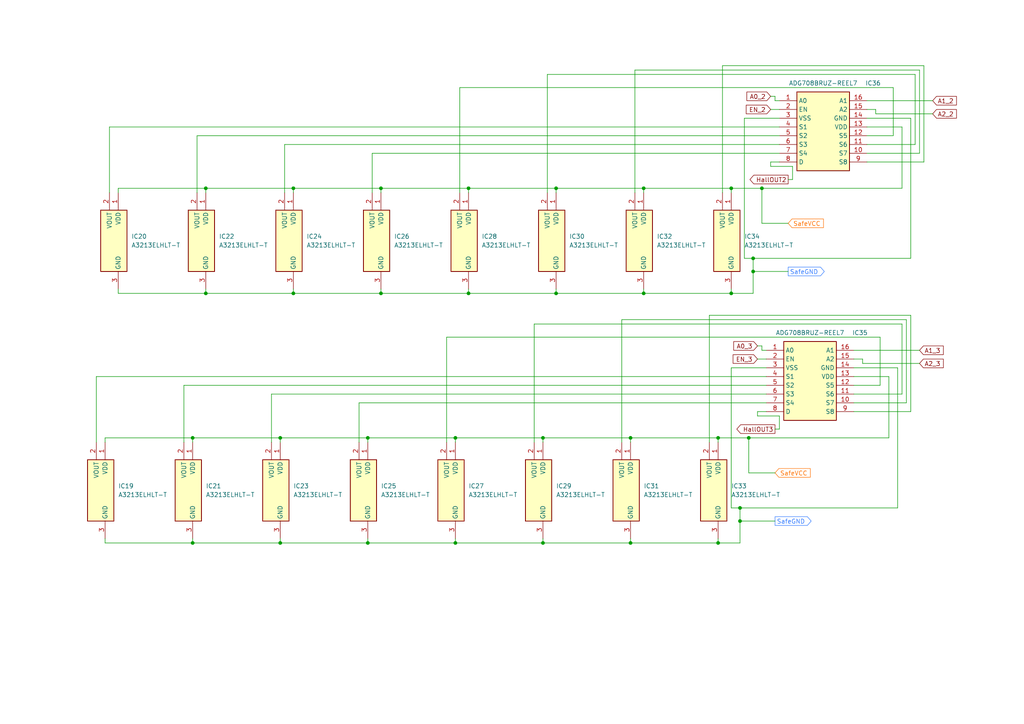
<source format=kicad_sch>
(kicad_sch (version 20250114) (generator "eeschema") (generator_version "9.0")
  (paper "A4")
  (title_block (title "ElectroChessboard") (company "Wojciech B") (comment 1 "Electronic chessboard") (comment 2 "Elektroniczna szachownica"))
  (lib_symbols
    (symbol "SamacSys_Parts:A3213ELHLT-T"
      (property "Reference" "IC" (at 24.13 7.62 0))
      (property "Value" "A3213ELHLT-T" (at 24.13 5.08 0))
      (symbol "A3213ELHLT-T_1_1"
        (rectangle (start 5.08 2.54) (end 22.86 -5.08) (stroke (width 0.254)) (fill (type background)))
        (pin passive line (at 0 0 0) (length 5.08) (name "VDD") (number "1"))
        (pin passive line (at 0 -2.54 0) (length 5.08) (name "VOUT") (number "2"))
        (pin passive line (at 27.94 0 180) (length 5.08) (name "GND") (number "3"))
      )
    )
    (symbol "SamacSys_Parts:ADG708BRUZ-REEL7"
      (property "Reference" "IC" (at 21.59 7.62 0))
      (property "Value" "ADG708BRUZ-REEL7" (at 21.59 5.08 0))
      (symbol "ADG708BRUZ-REEL7_1_1"
        (rectangle (start 5.08 2.54) (end 20.32 -20.32) (stroke (width 0.254)) (fill (type background)))
        (pin passive line (at 0 0 0) (length 5.08) (name "A0") (number "1"))
        (pin passive line (at 0 -2.54 0) (length 5.08) (name "EN") (number "2"))
        (pin passive line (at 0 -5.08 0) (length 5.08) (name "VSS") (number "3"))
        (pin passive line (at 0 -7.62 0) (length 5.08) (name "S1") (number "4"))
        (pin passive line (at 0 -10.16 0) (length 5.08) (name "S2") (number "5"))
        (pin passive line (at 0 -12.7 0) (length 5.08) (name "S3") (number "6"))
        (pin passive line (at 0 -15.24 0) (length 5.08) (name "S4") (number "7"))
        (pin passive line (at 0 -17.78 0) (length 5.08) (name "D") (number "8"))
        (pin passive line (at 25.4 0 180) (length 5.08) (name "A1") (number "16"))
        (pin passive line (at 25.4 -2.54 180) (length 5.08) (name "A2") (number "15"))
        (pin passive line (at 25.4 -5.08 180) (length 5.08) (name "GND") (number "14"))
        (pin passive line (at 25.4 -7.62 180) (length 5.08) (name "VDD") (number "13"))
        (pin passive line (at 25.4 -10.16 180) (length 5.08) (name "S5") (number "12"))
        (pin passive line (at 25.4 -12.7 180) (length 5.08) (name "S6") (number "11"))
        (pin passive line (at 25.4 -15.24 180) (length 5.08) (name "S7") (number "10"))
        (pin passive line (at 25.4 -17.78 180) (length 5.08) (name "S8") (number "9"))
      )
    )
  )
  (junction (at 218.44 78.74))
  (junction (at 214.63 151.13))
  (junction (at 161.29 54.61))
  (junction (at 110.49 54.61))
  (junction (at 212.09 54.61))
  (junction (at 220.98 54.61))
  (junction (at 208.28 157.48))
  (junction (at 135.89 85.09))
  (junction (at 85.09 85.09))
  (junction (at 132.08 127))
  (junction (at 161.29 85.09))
  (junction (at 59.69 85.09))
  (junction (at 214.63 147.32))
  (junction (at 110.49 85.09))
  (junction (at 208.28 127))
  (junction (at 217.17 127))
  (junction (at 81.28 127))
  (junction (at 157.48 157.48))
  (junction (at 182.88 127))
  (junction (at 106.68 157.48))
  (junction (at 186.69 85.09))
  (junction (at 132.08 157.48))
  (junction (at 157.48 127))
  (junction (at 182.88 157.48))
  (junction (at 218.44 74.93))
  (junction (at 106.68 127))
  (junction (at 212.09 85.09))
  (junction (at 55.88 157.48))
  (junction (at 186.69 54.61))
  (junction (at 81.28 157.48))
  (junction (at 135.89 54.61))
  (junction (at 85.09 54.61))
  (junction (at 55.88 127))
  (junction (at 59.69 54.61))
  (wire (pts (xy 205.74 128.27) (xy 205.74 91.44)))
  (wire (pts (xy 132.08 127) (xy 106.68 127)))
  (wire (pts (xy 220.98 64.77) (xy 228.6 64.77)))
  (wire (pts (xy 223.52 31.75) (xy 226.06 31.75)))
  (wire (pts (xy 220.98 54.61) (xy 212.09 54.61)))
  (wire (pts (xy 53.34 111.76) (xy 53.34 128.27)))
  (wire (pts (xy 226.06 39.37) (xy 57.15 39.37)))
  (wire (pts (xy 229.87 52.07) (xy 229.87 48.26)))
  (wire (pts (xy 209.55 19.05) (xy 267.97 19.05)))
  (wire (pts (xy 260.35 106.68) (xy 247.65 106.68)))
  (wire (pts (xy 226.06 120.65) (xy 219.71 120.65)))
  (wire (pts (xy 228.6 52.07) (xy 229.87 52.07)))
  (wire (pts (xy 157.48 157.48) (xy 132.08 157.48)))
  (wire (pts (xy 247.65 101.6) (xy 266.7 101.6)))
  (wire (pts (xy 259.08 39.37) (xy 259.08 25.4)))
  (wire (pts (xy 264.16 74.93) (xy 264.16 34.29)))
  (wire (pts (xy 226.06 36.83) (xy 31.75 36.83)))
  (wire (pts (xy 107.95 44.45) (xy 107.95 55.88)))
  (wire (pts (xy 59.69 54.61) (xy 59.69 55.88)))
  (wire (pts (xy 154.94 93.98) (xy 154.94 128.27)))
  (wire (pts (xy 267.97 19.05) (xy 267.97 46.99)))
  (wire (pts (xy 223.52 27.94) (xy 224.79 27.94)))
  (wire (pts (xy 59.69 83.82) (xy 59.69 85.09)))
  (wire (pts (xy 261.62 114.3) (xy 261.62 93.98)))
  (wire (pts (xy 257.81 127) (xy 217.17 127)))
  (wire (pts (xy 182.88 156.21) (xy 182.88 157.48)))
  (wire (pts (xy 110.49 54.61) (xy 85.09 54.61)))
  (wire (pts (xy 184.15 20.32) (xy 184.15 55.88)))
  (wire (pts (xy 186.69 54.61) (xy 161.29 54.61)))
  (wire (pts (xy 106.68 127) (xy 81.28 127)))
  (wire (pts (xy 214.63 151.13) (xy 214.63 157.48)))
  (wire (pts (xy 226.06 34.29) (xy 215.9 34.29)))
  (wire (pts (xy 186.69 83.82) (xy 186.69 85.09)))
  (wire (pts (xy 214.63 147.32) (xy 260.35 147.32)))
  (wire (pts (xy 215.9 74.93) (xy 218.44 74.93)))
  (wire (pts (xy 85.09 85.09) (xy 59.69 85.09)))
  (wire (pts (xy 81.28 157.48) (xy 55.88 157.48)))
  (wire (pts (xy 55.88 157.48) (xy 30.48 157.48)))
  (wire (pts (xy 219.71 120.65) (xy 219.71 119.38)))
  (wire (pts (xy 31.75 36.83) (xy 31.75 55.88)))
  (wire (pts (xy 132.08 157.48) (xy 106.68 157.48)))
  (wire (pts (xy 262.89 92.71) (xy 180.34 92.71)))
  (wire (pts (xy 224.79 27.94) (xy 224.79 29.21)))
  (wire (pts (xy 81.28 156.21) (xy 81.28 157.48)))
  (wire (pts (xy 55.88 127) (xy 30.48 127)))
  (wire (pts (xy 110.49 85.09) (xy 85.09 85.09)))
  (wire (pts (xy 265.43 41.91) (xy 265.43 21.59)))
  (wire (pts (xy 208.28 127) (xy 182.88 127)))
  (wire (pts (xy 260.35 147.32) (xy 260.35 106.68)))
  (wire (pts (xy 250.19 105.41) (xy 266.7 105.41)))
  (wire (pts (xy 158.75 21.59) (xy 158.75 55.88)))
  (wire (pts (xy 161.29 54.61) (xy 161.29 55.88)))
  (wire (pts (xy 255.27 97.79) (xy 129.54 97.79)))
  (wire (pts (xy 135.89 83.82) (xy 135.89 85.09)))
  (wire (pts (xy 217.17 137.16) (xy 224.79 137.16)))
  (wire (pts (xy 219.71 104.14) (xy 222.25 104.14)))
  (wire (pts (xy 110.49 54.61) (xy 110.49 55.88)))
  (wire (pts (xy 135.89 54.61) (xy 135.89 55.88)))
  (wire (pts (xy 161.29 83.82) (xy 161.29 85.09)))
  (wire (pts (xy 217.17 137.16) (xy 217.17 127)))
  (wire (pts (xy 226.06 124.46) (xy 226.06 120.65)))
  (wire (pts (xy 226.06 41.91) (xy 82.55 41.91)))
  (wire (pts (xy 81.28 127) (xy 81.28 128.27)))
  (wire (pts (xy 78.74 114.3) (xy 78.74 128.27)))
  (wire (pts (xy 247.65 111.76) (xy 255.27 111.76)))
  (wire (pts (xy 262.89 116.84) (xy 262.89 92.71)))
  (wire (pts (xy 212.09 85.09) (xy 186.69 85.09)))
  (wire (pts (xy 161.29 54.61) (xy 135.89 54.61)))
  (wire (pts (xy 186.69 54.61) (xy 186.69 55.88)))
  (wire (pts (xy 266.7 44.45) (xy 266.7 20.32)))
  (wire (pts (xy 218.44 74.93) (xy 264.16 74.93)))
  (wire (pts (xy 106.68 127) (xy 106.68 128.27)))
  (wire (pts (xy 182.88 127) (xy 182.88 128.27)))
  (wire (pts (xy 57.15 39.37) (xy 57.15 55.88)))
  (wire (pts (xy 265.43 21.59) (xy 158.75 21.59)))
  (wire (pts (xy 266.7 20.32) (xy 184.15 20.32)))
  (wire (pts (xy 132.08 127) (xy 132.08 128.27)))
  (wire (pts (xy 264.16 91.44) (xy 264.16 119.38)))
  (wire (pts (xy 251.46 44.45) (xy 266.7 44.45)))
  (wire (pts (xy 247.65 104.14) (xy 250.19 104.14)))
  (wire (pts (xy 264.16 119.38) (xy 247.65 119.38)))
  (wire (pts (xy 214.63 151.13) (xy 214.63 147.32)))
  (wire (pts (xy 212.09 54.61) (xy 186.69 54.61)))
  (wire (pts (xy 135.89 85.09) (xy 110.49 85.09)))
  (wire (pts (xy 218.44 85.09) (xy 212.09 85.09)))
  (wire (pts (xy 157.48 156.21) (xy 157.48 157.48)))
  (wire (pts (xy 217.17 127) (xy 208.28 127)))
  (wire (pts (xy 208.28 127) (xy 208.28 128.27)))
  (wire (pts (xy 223.52 48.26) (xy 223.52 46.99)))
  (wire (pts (xy 59.69 85.09) (xy 34.29 85.09)))
  (wire (pts (xy 212.09 106.68) (xy 212.09 147.32)))
  (wire (pts (xy 180.34 92.71) (xy 180.34 128.27)))
  (wire (pts (xy 212.09 83.82) (xy 212.09 85.09)))
  (wire (pts (xy 255.27 111.76) (xy 255.27 97.79)))
  (wire (pts (xy 208.28 157.48) (xy 182.88 157.48)))
  (wire (pts (xy 222.25 114.3) (xy 78.74 114.3)))
  (wire (pts (xy 224.79 151.13) (xy 214.63 151.13)))
  (wire (pts (xy 209.55 55.88) (xy 209.55 19.05)))
  (wire (pts (xy 267.97 46.99) (xy 251.46 46.99)))
  (wire (pts (xy 110.49 83.82) (xy 110.49 85.09)))
  (wire (pts (xy 104.14 116.84) (xy 104.14 128.27)))
  (wire (pts (xy 261.62 36.83) (xy 261.62 54.61)))
  (wire (pts (xy 247.65 114.3) (xy 261.62 114.3)))
  (wire (pts (xy 261.62 93.98) (xy 154.94 93.98)))
  (wire (pts (xy 157.48 127) (xy 132.08 127)))
  (wire (pts (xy 222.25 111.76) (xy 53.34 111.76)))
  (wire (pts (xy 129.54 97.79) (xy 129.54 128.27)))
  (wire (pts (xy 182.88 127) (xy 157.48 127)))
  (wire (pts (xy 251.46 36.83) (xy 261.62 36.83)))
  (wire (pts (xy 251.46 29.21) (xy 270.51 29.21)))
  (wire (pts (xy 161.29 85.09) (xy 135.89 85.09)))
  (wire (pts (xy 224.79 29.21) (xy 226.06 29.21)))
  (wire (pts (xy 247.65 109.22) (xy 257.81 109.22)))
  (wire (pts (xy 220.98 101.6) (xy 222.25 101.6)))
  (wire (pts (xy 212.09 54.61) (xy 212.09 55.88)))
  (wire (pts (xy 27.94 109.22) (xy 27.94 128.27)))
  (wire (pts (xy 215.9 34.29) (xy 215.9 74.93)))
  (wire (pts (xy 132.08 156.21) (xy 132.08 157.48)))
  (wire (pts (xy 247.65 116.84) (xy 262.89 116.84)))
  (wire (pts (xy 251.46 31.75) (xy 254 31.75)))
  (wire (pts (xy 261.62 54.61) (xy 220.98 54.61)))
  (wire (pts (xy 222.25 116.84) (xy 104.14 116.84)))
  (wire (pts (xy 254 33.02) (xy 270.51 33.02)))
  (wire (pts (xy 205.74 91.44) (xy 264.16 91.44)))
  (wire (pts (xy 81.28 127) (xy 55.88 127)))
  (wire (pts (xy 186.69 85.09) (xy 161.29 85.09)))
  (wire (pts (xy 208.28 156.21) (xy 208.28 157.48)))
  (wire (pts (xy 135.89 54.61) (xy 110.49 54.61)))
  (wire (pts (xy 220.98 100.33) (xy 220.98 101.6)))
  (wire (pts (xy 264.16 34.29) (xy 251.46 34.29)))
  (wire (pts (xy 220.98 64.77) (xy 220.98 54.61)))
  (wire (pts (xy 85.09 54.61) (xy 59.69 54.61)))
  (wire (pts (xy 222.25 106.68) (xy 212.09 106.68)))
  (wire (pts (xy 219.71 119.38) (xy 222.25 119.38)))
  (wire (pts (xy 212.09 147.32) (xy 214.63 147.32)))
  (wire (pts (xy 218.44 78.74) (xy 218.44 85.09)))
  (wire (pts (xy 59.69 54.61) (xy 34.29 54.61)))
  (wire (pts (xy 82.55 41.91) (xy 82.55 55.88)))
  (wire (pts (xy 251.46 39.37) (xy 259.08 39.37)))
  (wire (pts (xy 106.68 156.21) (xy 106.68 157.48)))
  (wire (pts (xy 259.08 25.4) (xy 133.35 25.4)))
  (wire (pts (xy 257.81 109.22) (xy 257.81 127)))
  (wire (pts (xy 34.29 85.09) (xy 34.29 83.82)))
  (wire (pts (xy 228.6 78.74) (xy 218.44 78.74)))
  (wire (pts (xy 85.09 83.82) (xy 85.09 85.09)))
  (wire (pts (xy 133.35 25.4) (xy 133.35 55.88)))
  (wire (pts (xy 85.09 54.61) (xy 85.09 55.88)))
  (wire (pts (xy 223.52 46.99) (xy 226.06 46.99)))
  (wire (pts (xy 106.68 157.48) (xy 81.28 157.48)))
  (wire (pts (xy 30.48 127) (xy 30.48 128.27)))
  (wire (pts (xy 229.87 48.26) (xy 223.52 48.26)))
  (wire (pts (xy 226.06 44.45) (xy 107.95 44.45)))
  (wire (pts (xy 34.29 54.61) (xy 34.29 55.88)))
  (wire (pts (xy 55.88 156.21) (xy 55.88 157.48)))
  (wire (pts (xy 251.46 41.91) (xy 265.43 41.91)))
  (wire (pts (xy 254 31.75) (xy 254 33.02)))
  (wire (pts (xy 55.88 127) (xy 55.88 128.27)))
  (wire (pts (xy 218.44 78.74) (xy 218.44 74.93)))
  (wire (pts (xy 182.88 157.48) (xy 157.48 157.48)))
  (wire (pts (xy 219.71 100.33) (xy 220.98 100.33)))
  (wire (pts (xy 250.19 104.14) (xy 250.19 105.41)))
  (wire (pts (xy 157.48 127) (xy 157.48 128.27)))
  (wire (pts (xy 222.25 109.22) (xy 27.94 109.22)))
  (wire (pts (xy 224.79 124.46) (xy 226.06 124.46)))
  (wire (pts (xy 30.48 157.48) (xy 30.48 156.21)))
  (wire (pts (xy 214.63 157.48) (xy 208.28 157.48)))
  (global_label "SafeVCC" (shape input) (at 228.6 64.77 0) (property "Intersheetrefs" "${INTERSHEET_REFS}" (effects (hide yes))))
  (global_label "HallOUT3" (shape output) (at 224.79 124.46 180) (property "Intersheetrefs" "${INTERSHEET_REFS}" (effects (hide yes))))
  (global_label "A1_2" (shape input) (at 270.51 29.21 0) (property "Intersheetrefs" "${INTERSHEET_REFS}" (effects (hide yes))))
  (global_label "SafeGND" (shape output) (at 224.79 151.13 0) (property "Intersheetrefs" "${INTERSHEET_REFS}" (effects (hide yes))))
  (global_label "SafeGND" (shape output) (at 228.6 78.74 0) (property "Intersheetrefs" "${INTERSHEET_REFS}" (effects (hide yes))))
  (global_label "A0_2" (shape input) (at 223.52 27.94 180) (property "Intersheetrefs" "${INTERSHEET_REFS}" (effects (hide yes))))
  (global_label "EN_2" (shape input) (at 223.52 31.75 180) (property "Intersheetrefs" "${INTERSHEET_REFS}" (effects (hide yes))))
  (global_label "EN_3" (shape input) (at 219.71 104.14 180) (property "Intersheetrefs" "${INTERSHEET_REFS}" (effects (hide yes))))
  (global_label "SafeVCC" (shape input) (at 224.79 137.16 0) (property "Intersheetrefs" "${INTERSHEET_REFS}" (effects (hide yes))))
  (global_label "A2_2" (shape input) (at 270.51 33.02 0) (property "Intersheetrefs" "${INTERSHEET_REFS}" (effects (hide yes))))
  (global_label "A2_3" (shape input) (at 266.7 105.41 0) (property "Intersheetrefs" "${INTERSHEET_REFS}" (effects (hide yes))))
  (global_label "A0_3" (shape input) (at 219.71 100.33 180) (property "Intersheetrefs" "${INTERSHEET_REFS}" (effects (hide yes))))
  (global_label "A1_3" (shape input) (at 266.7 101.6 0) (property "Intersheetrefs" "${INTERSHEET_REFS}" (effects (hide yes))))
  (global_label "HallOUT2" (shape output) (at 228.6 52.07 180) (property "Intersheetrefs" "${INTERSHEET_REFS}" (effects (hide yes))))
  (symbol (lib_id "SamacSys_Parts:A3213ELHLT-T") (at 182.88 128.27 270) (unit 1)
    (property "Reference" "IC31" (at 186.69 140.9699 90) (effects (justify left)))
    (property "Value" "A3213ELHLT-T" (at 186.69 143.5099 90) (effects (justify left)))
    (property "Footprint" "SamacSys_Parts:A3213ELHLTT" (effects (hide yes)))
    (property "Datasheet" "https://www.allegromicro.com/~/media/files/datasheets/a3213-4-datasheet.pdf" (effects (hide yes)))
    (property "Description" "Micropower, Ultrasensitive Hall-Effect Switch" (effects (hide yes)))
    (property "Height" "1.13" (effects (hide yes)))
    (property "Mouser Part Number" "250-A3213ELHLT-T" (effects (hide yes)))
    (property "Mouser Price/Stock" "https://www.mouser.co.uk/ProductDetail/Allegro-MicroSystems/A3213ELHLT-T?qs=pUKx8fyJudDpXdX1yceLUw%3D%3D" (effects (hide yes)))
    (property "Manufacturer_Name" "Allegro Microsystems" (effects (hide yes)))
    (property "Manufacturer_Part_Number" "A3213ELHLT-T" (effects (hide yes)))
  )
  (symbol (lib_id "SamacSys_Parts:A3213ELHLT-T") (at 110.49 55.88 270) (unit 1)
    (property "Reference" "IC26" (at 114.3 68.5799 90) (effects (justify left)))
    (property "Value" "A3213ELHLT-T" (at 114.3 71.1199 90) (effects (justify left)))
    (property "Footprint" "SamacSys_Parts:A3213ELHLTT" (effects (hide yes)))
    (property "Datasheet" "https://www.allegromicro.com/~/media/files/datasheets/a3213-4-datasheet.pdf" (effects (hide yes)))
    (property "Description" "Micropower, Ultrasensitive Hall-Effect Switch" (effects (hide yes)))
    (property "Height" "1.13" (effects (hide yes)))
    (property "Mouser Part Number" "250-A3213ELHLT-T" (effects (hide yes)))
    (property "Mouser Price/Stock" "https://www.mouser.co.uk/ProductDetail/Allegro-MicroSystems/A3213ELHLT-T?qs=pUKx8fyJudDpXdX1yceLUw%3D%3D" (effects (hide yes)))
    (property "Manufacturer_Name" "Allegro Microsystems" (effects (hide yes)))
    (property "Manufacturer_Part_Number" "A3213ELHLT-T" (effects (hide yes)))
  )
  (symbol (lib_id "SamacSys_Parts:A3213ELHLT-T") (at 161.29 55.88 270) (unit 1)
    (property "Reference" "IC30" (at 165.1 68.5799 90) (effects (justify left)))
    (property "Value" "A3213ELHLT-T" (at 165.1 71.1199 90) (effects (justify left)))
    (property "Footprint" "SamacSys_Parts:A3213ELHLTT" (effects (hide yes)))
    (property "Datasheet" "https://www.allegromicro.com/~/media/files/datasheets/a3213-4-datasheet.pdf" (effects (hide yes)))
    (property "Description" "Micropower, Ultrasensitive Hall-Effect Switch" (effects (hide yes)))
    (property "Height" "1.13" (effects (hide yes)))
    (property "Mouser Part Number" "250-A3213ELHLT-T" (effects (hide yes)))
    (property "Mouser Price/Stock" "https://www.mouser.co.uk/ProductDetail/Allegro-MicroSystems/A3213ELHLT-T?qs=pUKx8fyJudDpXdX1yceLUw%3D%3D" (effects (hide yes)))
    (property "Manufacturer_Name" "Allegro Microsystems" (effects (hide yes)))
    (property "Manufacturer_Part_Number" "A3213ELHLT-T" (effects (hide yes)))
  )
  (symbol (lib_id "SamacSys_Parts:A3213ELHLT-T") (at 59.69 55.88 270) (unit 1)
    (property "Reference" "IC22" (at 63.5 68.5799 90) (effects (justify left)))
    (property "Value" "A3213ELHLT-T" (at 63.5 71.1199 90) (effects (justify left)))
    (property "Footprint" "SamacSys_Parts:A3213ELHLTT" (effects (hide yes)))
    (property "Datasheet" "https://www.allegromicro.com/~/media/files/datasheets/a3213-4-datasheet.pdf" (effects (hide yes)))
    (property "Description" "Micropower, Ultrasensitive Hall-Effect Switch" (effects (hide yes)))
    (property "Height" "1.13" (effects (hide yes)))
    (property "Mouser Part Number" "250-A3213ELHLT-T" (effects (hide yes)))
    (property "Mouser Price/Stock" "https://www.mouser.co.uk/ProductDetail/Allegro-MicroSystems/A3213ELHLT-T?qs=pUKx8fyJudDpXdX1yceLUw%3D%3D" (effects (hide yes)))
    (property "Manufacturer_Name" "Allegro Microsystems" (effects (hide yes)))
    (property "Manufacturer_Part_Number" "A3213ELHLT-T" (effects (hide yes)))
  )
  (symbol (lib_id "SamacSys_Parts:A3213ELHLT-T") (at 132.08 128.27 270) (unit 1)
    (property "Reference" "IC27" (at 135.89 140.9699 90) (effects (justify left)))
    (property "Value" "A3213ELHLT-T" (at 135.89 143.5099 90) (effects (justify left)))
    (property "Footprint" "SamacSys_Parts:A3213ELHLTT" (effects (hide yes)))
    (property "Datasheet" "https://www.allegromicro.com/~/media/files/datasheets/a3213-4-datasheet.pdf" (effects (hide yes)))
    (property "Description" "Micropower, Ultrasensitive Hall-Effect Switch" (effects (hide yes)))
    (property "Height" "1.13" (effects (hide yes)))
    (property "Mouser Part Number" "250-A3213ELHLT-T" (effects (hide yes)))
    (property "Mouser Price/Stock" "https://www.mouser.co.uk/ProductDetail/Allegro-MicroSystems/A3213ELHLT-T?qs=pUKx8fyJudDpXdX1yceLUw%3D%3D" (effects (hide yes)))
    (property "Manufacturer_Name" "Allegro Microsystems" (effects (hide yes)))
    (property "Manufacturer_Part_Number" "A3213ELHLT-T" (effects (hide yes)))
  )
  (symbol (lib_id "SamacSys_Parts:ADG708BRUZ-REEL7") (at 222.25 101.6 0) (unit 1)
    (property "Reference" "IC35" (at 249.428 96.52 0))
    (property "Value" "ADG708BRUZ-REEL7" (at 234.95 96.52 0))
    (property "Footprint" "SamacSys_Parts:SOP65P640X120-16N" (effects (hide yes)))
    (property "Datasheet" "https://www.analog.com/media/en/technical-documentation/data-sheets/ADG708_709.pdf" (effects (hide yes)))
    (property "Description" "Analog Devices ADG708BRUZ-REEL7, Multiplexer Single 8 x 1, 5 V, 16-Pin TSSOP" (effects (hide yes)))
    (property "Height" "1.2" (effects (hide yes)))
    (property "Mouser Part Number" "584-ADG708BRUZ-R7" (effects (hide yes)))
    (property "Mouser Price/Stock" "https://www.mouser.co.uk/ProductDetail/Analog-Devices/ADG708BRUZ-REEL7?qs=BpaRKvA4VqFdn8CWC5yK2A%3D%3D" (effects (hide yes)))
    (property "Manufacturer_Name" "Analog Devices" (effects (hide yes)))
    (property "Manufacturer_Part_Number" "ADG708BRUZ-REEL7" (effects (hide yes)))
  )
  (symbol (lib_id "SamacSys_Parts:A3213ELHLT-T") (at 135.89 55.88 270) (unit 1)
    (property "Reference" "IC28" (at 139.7 68.5799 90) (effects (justify left)))
    (property "Value" "A3213ELHLT-T" (at 139.7 71.1199 90) (effects (justify left)))
    (property "Footprint" "SamacSys_Parts:A3213ELHLTT" (effects (hide yes)))
    (property "Datasheet" "https://www.allegromicro.com/~/media/files/datasheets/a3213-4-datasheet.pdf" (effects (hide yes)))
    (property "Description" "Micropower, Ultrasensitive Hall-Effect Switch" (effects (hide yes)))
    (property "Height" "1.13" (effects (hide yes)))
    (property "Mouser Part Number" "250-A3213ELHLT-T" (effects (hide yes)))
    (property "Mouser Price/Stock" "https://www.mouser.co.uk/ProductDetail/Allegro-MicroSystems/A3213ELHLT-T?qs=pUKx8fyJudDpXdX1yceLUw%3D%3D" (effects (hide yes)))
    (property "Manufacturer_Name" "Allegro Microsystems" (effects (hide yes)))
    (property "Manufacturer_Part_Number" "A3213ELHLT-T" (effects (hide yes)))
  )
  (symbol (lib_id "SamacSys_Parts:A3213ELHLT-T") (at 157.48 128.27 270) (unit 1)
    (property "Reference" "IC29" (at 161.29 140.9699 90) (effects (justify left)))
    (property "Value" "A3213ELHLT-T" (at 161.29 143.5099 90) (effects (justify left)))
    (property "Footprint" "SamacSys_Parts:A3213ELHLTT" (effects (hide yes)))
    (property "Datasheet" "https://www.allegromicro.com/~/media/files/datasheets/a3213-4-datasheet.pdf" (effects (hide yes)))
    (property "Description" "Micropower, Ultrasensitive Hall-Effect Switch" (effects (hide yes)))
    (property "Height" "1.13" (effects (hide yes)))
    (property "Mouser Part Number" "250-A3213ELHLT-T" (effects (hide yes)))
    (property "Mouser Price/Stock" "https://www.mouser.co.uk/ProductDetail/Allegro-MicroSystems/A3213ELHLT-T?qs=pUKx8fyJudDpXdX1yceLUw%3D%3D" (effects (hide yes)))
    (property "Manufacturer_Name" "Allegro Microsystems" (effects (hide yes)))
    (property "Manufacturer_Part_Number" "A3213ELHLT-T" (effects (hide yes)))
  )
  (symbol (lib_id "SamacSys_Parts:A3213ELHLT-T") (at 186.69 55.88 270) (unit 1)
    (property "Reference" "IC32" (at 190.5 68.5799 90) (effects (justify left)))
    (property "Value" "A3213ELHLT-T" (at 190.5 71.1199 90) (effects (justify left)))
    (property "Footprint" "SamacSys_Parts:A3213ELHLTT" (effects (hide yes)))
    (property "Datasheet" "https://www.allegromicro.com/~/media/files/datasheets/a3213-4-datasheet.pdf" (effects (hide yes)))
    (property "Description" "Micropower, Ultrasensitive Hall-Effect Switch" (effects (hide yes)))
    (property "Height" "1.13" (effects (hide yes)))
    (property "Mouser Part Number" "250-A3213ELHLT-T" (effects (hide yes)))
    (property "Mouser Price/Stock" "https://www.mouser.co.uk/ProductDetail/Allegro-MicroSystems/A3213ELHLT-T?qs=pUKx8fyJudDpXdX1yceLUw%3D%3D" (effects (hide yes)))
    (property "Manufacturer_Name" "Allegro Microsystems" (effects (hide yes)))
    (property "Manufacturer_Part_Number" "A3213ELHLT-T" (effects (hide yes)))
  )
  (symbol (lib_id "SamacSys_Parts:A3213ELHLT-T") (at 85.09 55.88 270) (unit 1)
    (property "Reference" "IC24" (at 88.9 68.5799 90) (effects (justify left)))
    (property "Value" "A3213ELHLT-T" (at 88.9 71.1199 90) (effects (justify left)))
    (property "Footprint" "SamacSys_Parts:A3213ELHLTT" (effects (hide yes)))
    (property "Datasheet" "https://www.allegromicro.com/~/media/files/datasheets/a3213-4-datasheet.pdf" (effects (hide yes)))
    (property "Description" "Micropower, Ultrasensitive Hall-Effect Switch" (effects (hide yes)))
    (property "Height" "1.13" (effects (hide yes)))
    (property "Mouser Part Number" "250-A3213ELHLT-T" (effects (hide yes)))
    (property "Mouser Price/Stock" "https://www.mouser.co.uk/ProductDetail/Allegro-MicroSystems/A3213ELHLT-T?qs=pUKx8fyJudDpXdX1yceLUw%3D%3D" (effects (hide yes)))
    (property "Manufacturer_Name" "Allegro Microsystems" (effects (hide yes)))
    (property "Manufacturer_Part_Number" "A3213ELHLT-T" (effects (hide yes)))
  )
  (symbol (lib_id "SamacSys_Parts:A3213ELHLT-T") (at 55.88 128.27 270) (unit 1)
    (property "Reference" "IC21" (at 59.69 140.9699 90) (effects (justify left)))
    (property "Value" "A3213ELHLT-T" (at 59.69 143.5099 90) (effects (justify left)))
    (property "Footprint" "SamacSys_Parts:A3213ELHLTT" (effects (hide yes)))
    (property "Datasheet" "https://www.allegromicro.com/~/media/files/datasheets/a3213-4-datasheet.pdf" (effects (hide yes)))
    (property "Description" "Micropower, Ultrasensitive Hall-Effect Switch" (effects (hide yes)))
    (property "Height" "1.13" (effects (hide yes)))
    (property "Mouser Part Number" "250-A3213ELHLT-T" (effects (hide yes)))
    (property "Mouser Price/Stock" "https://www.mouser.co.uk/ProductDetail/Allegro-MicroSystems/A3213ELHLT-T?qs=pUKx8fyJudDpXdX1yceLUw%3D%3D" (effects (hide yes)))
    (property "Manufacturer_Name" "Allegro Microsystems" (effects (hide yes)))
    (property "Manufacturer_Part_Number" "A3213ELHLT-T" (effects (hide yes)))
  )
  (symbol (lib_id "SamacSys_Parts:A3213ELHLT-T") (at 208.28 128.27 270) (unit 1)
    (property "Reference" "IC33" (at 212.09 140.9699 90) (effects (justify left)))
    (property "Value" "A3213ELHLT-T" (at 212.09 143.5099 90) (effects (justify left)))
    (property "Footprint" "SamacSys_Parts:A3213ELHLTT" (effects (hide yes)))
    (property "Datasheet" "https://www.allegromicro.com/~/media/files/datasheets/a3213-4-datasheet.pdf" (effects (hide yes)))
    (property "Description" "Micropower, Ultrasensitive Hall-Effect Switch" (effects (hide yes)))
    (property "Height" "1.13" (effects (hide yes)))
    (property "Mouser Part Number" "250-A3213ELHLT-T" (effects (hide yes)))
    (property "Mouser Price/Stock" "https://www.mouser.co.uk/ProductDetail/Allegro-MicroSystems/A3213ELHLT-T?qs=pUKx8fyJudDpXdX1yceLUw%3D%3D" (effects (hide yes)))
    (property "Manufacturer_Name" "Allegro Microsystems" (effects (hide yes)))
    (property "Manufacturer_Part_Number" "A3213ELHLT-T" (effects (hide yes)))
  )
  (symbol (lib_id "SamacSys_Parts:A3213ELHLT-T") (at 81.28 128.27 270) (unit 1)
    (property "Reference" "IC23" (at 85.09 140.9699 90) (effects (justify left)))
    (property "Value" "A3213ELHLT-T" (at 85.09 143.5099 90) (effects (justify left)))
    (property "Footprint" "SamacSys_Parts:A3213ELHLTT" (effects (hide yes)))
    (property "Datasheet" "https://www.allegromicro.com/~/media/files/datasheets/a3213-4-datasheet.pdf" (effects (hide yes)))
    (property "Description" "Micropower, Ultrasensitive Hall-Effect Switch" (effects (hide yes)))
    (property "Height" "1.13" (effects (hide yes)))
    (property "Mouser Part Number" "250-A3213ELHLT-T" (effects (hide yes)))
    (property "Mouser Price/Stock" "https://www.mouser.co.uk/ProductDetail/Allegro-MicroSystems/A3213ELHLT-T?qs=pUKx8fyJudDpXdX1yceLUw%3D%3D" (effects (hide yes)))
    (property "Manufacturer_Name" "Allegro Microsystems" (effects (hide yes)))
    (property "Manufacturer_Part_Number" "A3213ELHLT-T" (effects (hide yes)))
  )
  (symbol (lib_id "SamacSys_Parts:A3213ELHLT-T") (at 30.48 128.27 270) (unit 1)
    (property "Reference" "IC19" (at 34.29 140.9699 90) (effects (justify left)))
    (property "Value" "A3213ELHLT-T" (at 34.29 143.5099 90) (effects (justify left)))
    (property "Footprint" "SamacSys_Parts:A3213ELHLTT" (effects (hide yes)))
    (property "Datasheet" "https://www.allegromicro.com/~/media/files/datasheets/a3213-4-datasheet.pdf" (effects (hide yes)))
    (property "Description" "Micropower, Ultrasensitive Hall-Effect Switch" (effects (hide yes)))
    (property "Height" "1.13" (effects (hide yes)))
    (property "Mouser Part Number" "250-A3213ELHLT-T" (effects (hide yes)))
    (property "Mouser Price/Stock" "https://www.mouser.co.uk/ProductDetail/Allegro-MicroSystems/A3213ELHLT-T?qs=pUKx8fyJudDpXdX1yceLUw%3D%3D" (effects (hide yes)))
    (property "Manufacturer_Name" "Allegro Microsystems" (effects (hide yes)))
    (property "Manufacturer_Part_Number" "A3213ELHLT-T" (effects (hide yes)))
  )
  (symbol (lib_id "SamacSys_Parts:A3213ELHLT-T") (at 34.29 55.88 270) (unit 1)
    (property "Reference" "IC20" (at 38.1 68.5799 90) (effects (justify left)))
    (property "Value" "A3213ELHLT-T" (at 38.1 71.1199 90) (effects (justify left)))
    (property "Footprint" "SamacSys_Parts:A3213ELHLTT" (effects (hide yes)))
    (property "Datasheet" "https://www.allegromicro.com/~/media/files/datasheets/a3213-4-datasheet.pdf" (effects (hide yes)))
    (property "Description" "Micropower, Ultrasensitive Hall-Effect Switch" (effects (hide yes)))
    (property "Height" "1.13" (effects (hide yes)))
    (property "Mouser Part Number" "250-A3213ELHLT-T" (effects (hide yes)))
    (property "Mouser Price/Stock" "https://www.mouser.co.uk/ProductDetail/Allegro-MicroSystems/A3213ELHLT-T?qs=pUKx8fyJudDpXdX1yceLUw%3D%3D" (effects (hide yes)))
    (property "Manufacturer_Name" "Allegro Microsystems" (effects (hide yes)))
    (property "Manufacturer_Part_Number" "A3213ELHLT-T" (effects (hide yes)))
  )
  (symbol (lib_id "SamacSys_Parts:ADG708BRUZ-REEL7") (at 226.06 29.21 0) (unit 1)
    (property "Reference" "IC36" (at 253.238 24.13 0))
    (property "Value" "ADG708BRUZ-REEL7" (at 238.76 24.13 0))
    (property "Footprint" "SamacSys_Parts:SOP65P640X120-16N" (effects (hide yes)))
    (property "Datasheet" "https://www.analog.com/media/en/technical-documentation/data-sheets/ADG708_709.pdf" (effects (hide yes)))
    (property "Description" "Analog Devices ADG708BRUZ-REEL7, Multiplexer Single 8 x 1, 5 V, 16-Pin TSSOP" (effects (hide yes)))
    (property "Height" "1.2" (effects (hide yes)))
    (property "Mouser Part Number" "584-ADG708BRUZ-R7" (effects (hide yes)))
    (property "Mouser Price/Stock" "https://www.mouser.co.uk/ProductDetail/Analog-Devices/ADG708BRUZ-REEL7?qs=BpaRKvA4VqFdn8CWC5yK2A%3D%3D" (effects (hide yes)))
    (property "Manufacturer_Name" "Analog Devices" (effects (hide yes)))
    (property "Manufacturer_Part_Number" "ADG708BRUZ-REEL7" (effects (hide yes)))
  )
  (symbol (lib_id "SamacSys_Parts:A3213ELHLT-T") (at 212.09 55.88 270) (unit 1)
    (property "Reference" "IC34" (at 215.9 68.5799 90) (effects (justify left)))
    (property "Value" "A3213ELHLT-T" (at 215.9 71.1199 90) (effects (justify left)))
    (property "Footprint" "SamacSys_Parts:A3213ELHLTT" (effects (hide yes)))
    (property "Datasheet" "https://www.allegromicro.com/~/media/files/datasheets/a3213-4-datasheet.pdf" (effects (hide yes)))
    (property "Description" "Micropower, Ultrasensitive Hall-Effect Switch" (effects (hide yes)))
    (property "Height" "1.13" (effects (hide yes)))
    (property "Mouser Part Number" "250-A3213ELHLT-T" (effects (hide yes)))
    (property "Mouser Price/Stock" "https://www.mouser.co.uk/ProductDetail/Allegro-MicroSystems/A3213ELHLT-T?qs=pUKx8fyJudDpXdX1yceLUw%3D%3D" (effects (hide yes)))
    (property "Manufacturer_Name" "Allegro Microsystems" (effects (hide yes)))
    (property "Manufacturer_Part_Number" "A3213ELHLT-T" (effects (hide yes)))
  )
  (symbol (lib_id "SamacSys_Parts:A3213ELHLT-T") (at 106.68 128.27 270) (unit 1)
    (property "Reference" "IC25" (at 110.49 140.9699 90) (effects (justify left)))
    (property "Value" "A3213ELHLT-T" (at 110.49 143.5099 90) (effects (justify left)))
    (property "Footprint" "SamacSys_Parts:A3213ELHLTT" (effects (hide yes)))
    (property "Datasheet" "https://www.allegromicro.com/~/media/files/datasheets/a3213-4-datasheet.pdf" (effects (hide yes)))
    (property "Description" "Micropower, Ultrasensitive Hall-Effect Switch" (effects (hide yes)))
    (property "Height" "1.13" (effects (hide yes)))
    (property "Mouser Part Number" "250-A3213ELHLT-T" (effects (hide yes)))
    (property "Mouser Price/Stock" "https://www.mouser.co.uk/ProductDetail/Allegro-MicroSystems/A3213ELHLT-T?qs=pUKx8fyJudDpXdX1yceLUw%3D%3D" (effects (hide yes)))
    (property "Manufacturer_Name" "Allegro Microsystems" (effects (hide yes)))
    (property "Manufacturer_Part_Number" "A3213ELHLT-T" (effects (hide yes)))
  )
)
</source>
